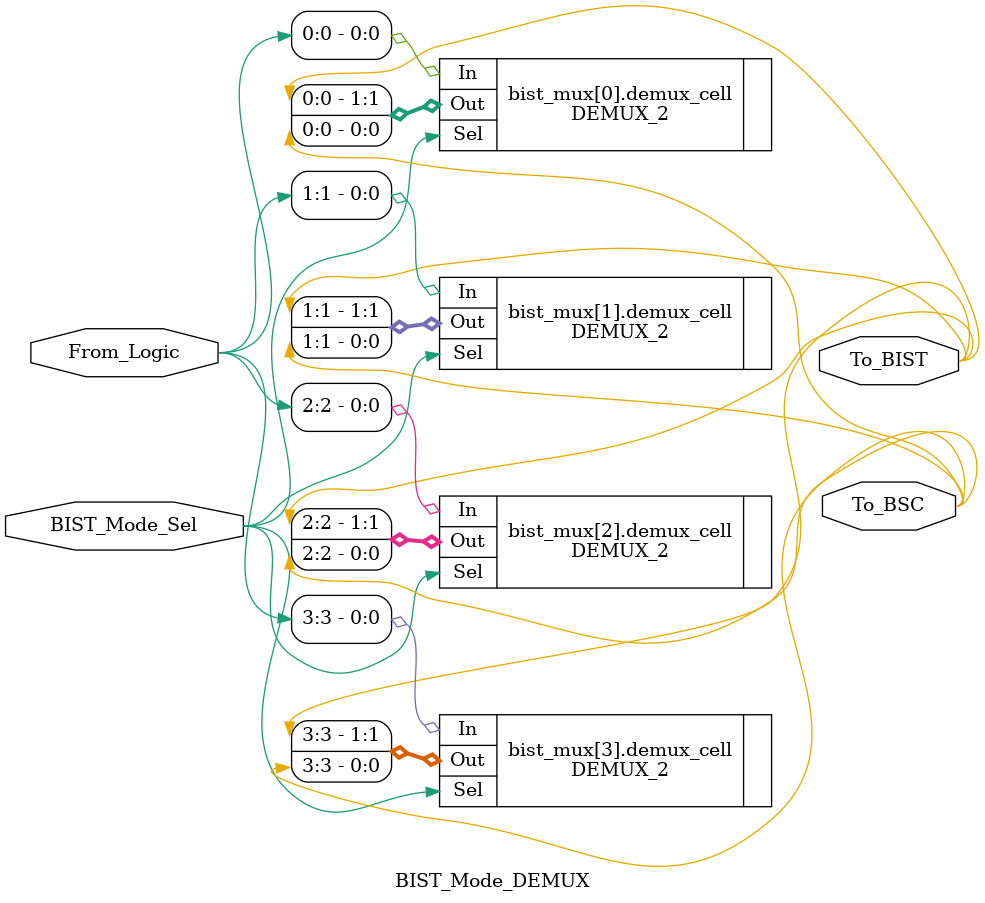
<source format=v>
`timescale 1ns / 1ps
module BIST_Mode_DEMUX#(parameter N = 4)	//Äåìóëüòèïëåêñîð äëÿ 4-õ âûõîäîâ ëîãèêè
    (input [N-1:0] From_Logic,
    output [N-1:0] To_BSC,
    output [N-1:0] To_BIST,
    input BIST_Mode_Sel
    );

	genvar i;
	generate
		for(i=0; i<N; i=i+1)
			begin: bist_mux
			DEMUX_2 demux_cell (
				 .In(From_Logic[i]), 
				 .Out({To_BIST[i], To_BSC[i]}), 
				 .Sel(BIST_Mode_Sel)
				 );
			end
	endgenerate

endmodule

</source>
